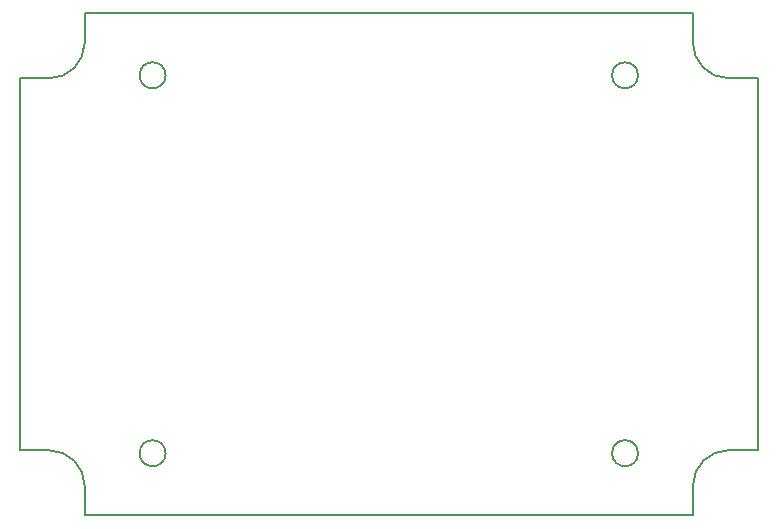
<source format=gbr>
%TF.GenerationSoftware,KiCad,Pcbnew,(7.0.0)*%
%TF.CreationDate,2025-02-23T22:01:52+09:00*%
%TF.ProjectId,EGTtoCANBus_Module,45475474-6f43-4414-9e42-75735f4d6f64,rev?*%
%TF.SameCoordinates,Original*%
%TF.FileFunction,Profile,NP*%
%FSLAX46Y46*%
G04 Gerber Fmt 4.6, Leading zero omitted, Abs format (unit mm)*
G04 Created by KiCad (PCBNEW (7.0.0)) date 2025-02-23 22:01:52*
%MOMM*%
%LPD*%
G01*
G04 APERTURE LIST*
%TA.AperFunction,Profile*%
%ADD10C,0.200000*%
%TD*%
G04 APERTURE END LIST*
D10*
X200500001Y-88500000D02*
X203000000Y-88500000D01*
X197500000Y-53999999D02*
X197500000Y-51500000D01*
X140500000Y-57000000D02*
X140500000Y-88500000D01*
X197500001Y-94000000D02*
X197500001Y-91500000D01*
X200500001Y-88500001D02*
G75*
G03*
X197500001Y-91500000I-1J-2999999D01*
G01*
X192850000Y-88750000D02*
G75*
G03*
X192850000Y-88750000I-1100000J0D01*
G01*
X197500001Y-53999999D02*
G75*
G03*
X200500000Y-56999999I2999999J-1D01*
G01*
X146000000Y-91500000D02*
X146000000Y-94000000D01*
X203000000Y-88500000D02*
X203000000Y-56999999D01*
X146000000Y-51500000D02*
X146000000Y-54000000D01*
X146000000Y-91500000D02*
G75*
G03*
X143000000Y-88500000I-3000000J0D01*
G01*
X143000000Y-57000000D02*
X140500000Y-57000000D01*
X203000000Y-56999999D02*
X200500000Y-56999999D01*
X152850000Y-88750000D02*
G75*
G03*
X152850000Y-88750000I-1100000J0D01*
G01*
X197500000Y-51500000D02*
X146000000Y-51500000D01*
X192850000Y-56750000D02*
G75*
G03*
X192850000Y-56750000I-1100000J0D01*
G01*
X152850000Y-56750000D02*
G75*
G03*
X152850000Y-56750000I-1100000J0D01*
G01*
X140500000Y-88500000D02*
X143000000Y-88500000D01*
X146000000Y-94000000D02*
X197500001Y-94000000D01*
X143000000Y-57000000D02*
G75*
G03*
X146000000Y-54000000I0J3000000D01*
G01*
M02*

</source>
